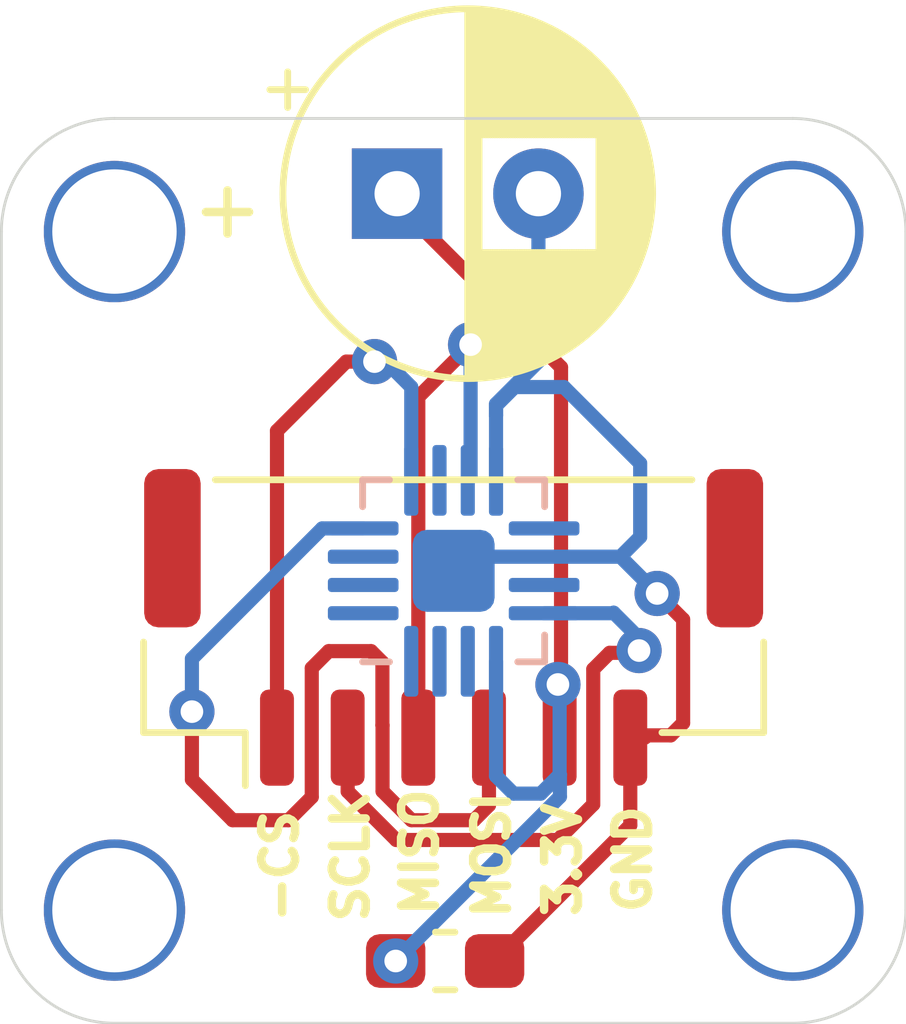
<source format=kicad_pcb>
(kicad_pcb (version 20171130) (host pcbnew "(5.1.4)-1")

  (general
    (thickness 1.6)
    (drawings 14)
    (tracks 87)
    (zones 0)
    (modules 4)
    (nets 16)
  )

  (page A4)
  (layers
    (0 F.Cu signal)
    (31 B.Cu signal)
    (32 B.Adhes user)
    (33 F.Adhes user)
    (34 B.Paste user)
    (35 F.Paste user)
    (36 B.SilkS user)
    (37 F.SilkS user)
    (38 B.Mask user)
    (39 F.Mask user)
    (40 Dwgs.User user)
    (41 Cmts.User user)
    (42 Eco1.User user)
    (43 Eco2.User user hide)
    (44 Edge.Cuts user)
    (45 Margin user hide)
    (46 B.CrtYd user hide)
    (47 F.CrtYd user)
    (48 B.Fab user)
    (49 F.Fab user hide)
  )

  (setup
    (last_trace_width 0.25)
    (user_trace_width 0.2)
    (trace_clearance 0.1)
    (zone_clearance 0.2)
    (zone_45_only no)
    (trace_min 0.2)
    (via_size 0.8)
    (via_drill 0.4)
    (via_min_size 0.4)
    (via_min_drill 0.3)
    (uvia_size 0.3)
    (uvia_drill 0.1)
    (uvias_allowed no)
    (uvia_min_size 0.2)
    (uvia_min_drill 0.1)
    (edge_width 0.05)
    (segment_width 0.2)
    (pcb_text_width 0.3)
    (pcb_text_size 1.5 1.5)
    (mod_edge_width 0.12)
    (mod_text_size 1 1)
    (mod_text_width 0.15)
    (pad_size 1.524 1.524)
    (pad_drill 0.762)
    (pad_to_mask_clearance 0.051)
    (solder_mask_min_width 0.25)
    (aux_axis_origin 90 115)
    (visible_elements 7FFFFFFF)
    (pcbplotparams
      (layerselection 0x010fc_ffffffff)
      (usegerberextensions false)
      (usegerberattributes false)
      (usegerberadvancedattributes false)
      (creategerberjobfile false)
      (excludeedgelayer true)
      (linewidth 0.100000)
      (plotframeref false)
      (viasonmask false)
      (mode 1)
      (useauxorigin false)
      (hpglpennumber 1)
      (hpglpenspeed 20)
      (hpglpendiameter 15.000000)
      (psnegative false)
      (psa4output false)
      (plotreference true)
      (plotvalue true)
      (plotinvisibletext false)
      (padsonsilk false)
      (subtractmaskfromsilk false)
      (outputformat 1)
      (mirror false)
      (drillshape 0)
      (scaleselection 1)
      (outputdirectory "ma730_gerber/"))
  )

  (net 0 "")
  (net 1 GND)
  (net 2 +3V3)
  (net 3 "Net-(J2-Pad4)")
  (net 4 "Net-(J2-Pad3)")
  (net 5 "Net-(J2-Pad2)")
  (net 6 "Net-(J2-Pad1)")
  (net 7 "Net-(U1-Pad15)")
  (net 8 "Net-(U1-Pad14)")
  (net 9 "Net-(U1-Pad9)")
  (net 10 "Net-(U1-Pad1)")
  (net 11 "Net-(U1-Pad16)")
  (net 12 "Net-(U1-Pad11)")
  (net 13 "Net-(U1-Pad6)")
  (net 14 "Net-(U1-Pad3)")
  (net 15 "Net-(U1-Pad2)")

  (net_class Default 这是默认网络类。
    (clearance 0.1)
    (trace_width 0.25)
    (via_dia 0.8)
    (via_drill 0.4)
    (uvia_dia 0.3)
    (uvia_drill 0.1)
    (add_net +3V3)
    (add_net GND)
    (add_net "Net-(J2-Pad1)")
    (add_net "Net-(J2-Pad2)")
    (add_net "Net-(J2-Pad3)")
    (add_net "Net-(J2-Pad4)")
    (add_net "Net-(U1-Pad1)")
    (add_net "Net-(U1-Pad11)")
    (add_net "Net-(U1-Pad14)")
    (add_net "Net-(U1-Pad15)")
    (add_net "Net-(U1-Pad16)")
    (add_net "Net-(U1-Pad2)")
    (add_net "Net-(U1-Pad3)")
    (add_net "Net-(U1-Pad6)")
    (add_net "Net-(U1-Pad9)")
  )

  (module Capacitor_THT:CP_Radial_D6.3mm_P2.50mm (layer F.Cu) (tedit 5AE50EF0) (tstamp 6039B122)
    (at 97 100.33)
    (descr "CP, Radial series, Radial, pin pitch=2.50mm, , diameter=6.3mm, Electrolytic Capacitor")
    (tags "CP Radial series Radial pin pitch 2.50mm  diameter 6.3mm Electrolytic Capacitor")
    (path /6039FBDF)
    (fp_text reference + (at -3 0.25) (layer F.SilkS)
      (effects (font (size 1 1) (thickness 0.15)))
    )
    (fp_text value CP (at 1.25 4.4) (layer F.Fab)
      (effects (font (size 1 1) (thickness 0.15)))
    )
    (fp_text user %R (at 1.25 0) (layer F.Fab)
      (effects (font (size 1 1) (thickness 0.15)))
    )
    (fp_line (start -1.935241 -2.154) (end -1.935241 -1.524) (layer F.SilkS) (width 0.12))
    (fp_line (start -2.250241 -1.839) (end -1.620241 -1.839) (layer F.SilkS) (width 0.12))
    (fp_line (start 4.491 -0.402) (end 4.491 0.402) (layer F.SilkS) (width 0.12))
    (fp_line (start 4.451 -0.633) (end 4.451 0.633) (layer F.SilkS) (width 0.12))
    (fp_line (start 4.411 -0.802) (end 4.411 0.802) (layer F.SilkS) (width 0.12))
    (fp_line (start 4.371 -0.94) (end 4.371 0.94) (layer F.SilkS) (width 0.12))
    (fp_line (start 4.331 -1.059) (end 4.331 1.059) (layer F.SilkS) (width 0.12))
    (fp_line (start 4.291 -1.165) (end 4.291 1.165) (layer F.SilkS) (width 0.12))
    (fp_line (start 4.251 -1.262) (end 4.251 1.262) (layer F.SilkS) (width 0.12))
    (fp_line (start 4.211 -1.35) (end 4.211 1.35) (layer F.SilkS) (width 0.12))
    (fp_line (start 4.171 -1.432) (end 4.171 1.432) (layer F.SilkS) (width 0.12))
    (fp_line (start 4.131 -1.509) (end 4.131 1.509) (layer F.SilkS) (width 0.12))
    (fp_line (start 4.091 -1.581) (end 4.091 1.581) (layer F.SilkS) (width 0.12))
    (fp_line (start 4.051 -1.65) (end 4.051 1.65) (layer F.SilkS) (width 0.12))
    (fp_line (start 4.011 -1.714) (end 4.011 1.714) (layer F.SilkS) (width 0.12))
    (fp_line (start 3.971 -1.776) (end 3.971 1.776) (layer F.SilkS) (width 0.12))
    (fp_line (start 3.931 -1.834) (end 3.931 1.834) (layer F.SilkS) (width 0.12))
    (fp_line (start 3.891 -1.89) (end 3.891 1.89) (layer F.SilkS) (width 0.12))
    (fp_line (start 3.851 -1.944) (end 3.851 1.944) (layer F.SilkS) (width 0.12))
    (fp_line (start 3.811 -1.995) (end 3.811 1.995) (layer F.SilkS) (width 0.12))
    (fp_line (start 3.771 -2.044) (end 3.771 2.044) (layer F.SilkS) (width 0.12))
    (fp_line (start 3.731 -2.092) (end 3.731 2.092) (layer F.SilkS) (width 0.12))
    (fp_line (start 3.691 -2.137) (end 3.691 2.137) (layer F.SilkS) (width 0.12))
    (fp_line (start 3.651 -2.182) (end 3.651 2.182) (layer F.SilkS) (width 0.12))
    (fp_line (start 3.611 -2.224) (end 3.611 2.224) (layer F.SilkS) (width 0.12))
    (fp_line (start 3.571 -2.265) (end 3.571 2.265) (layer F.SilkS) (width 0.12))
    (fp_line (start 3.531 1.04) (end 3.531 2.305) (layer F.SilkS) (width 0.12))
    (fp_line (start 3.531 -2.305) (end 3.531 -1.04) (layer F.SilkS) (width 0.12))
    (fp_line (start 3.491 1.04) (end 3.491 2.343) (layer F.SilkS) (width 0.12))
    (fp_line (start 3.491 -2.343) (end 3.491 -1.04) (layer F.SilkS) (width 0.12))
    (fp_line (start 3.451 1.04) (end 3.451 2.38) (layer F.SilkS) (width 0.12))
    (fp_line (start 3.451 -2.38) (end 3.451 -1.04) (layer F.SilkS) (width 0.12))
    (fp_line (start 3.411 1.04) (end 3.411 2.416) (layer F.SilkS) (width 0.12))
    (fp_line (start 3.411 -2.416) (end 3.411 -1.04) (layer F.SilkS) (width 0.12))
    (fp_line (start 3.371 1.04) (end 3.371 2.45) (layer F.SilkS) (width 0.12))
    (fp_line (start 3.371 -2.45) (end 3.371 -1.04) (layer F.SilkS) (width 0.12))
    (fp_line (start 3.331 1.04) (end 3.331 2.484) (layer F.SilkS) (width 0.12))
    (fp_line (start 3.331 -2.484) (end 3.331 -1.04) (layer F.SilkS) (width 0.12))
    (fp_line (start 3.291 1.04) (end 3.291 2.516) (layer F.SilkS) (width 0.12))
    (fp_line (start 3.291 -2.516) (end 3.291 -1.04) (layer F.SilkS) (width 0.12))
    (fp_line (start 3.251 1.04) (end 3.251 2.548) (layer F.SilkS) (width 0.12))
    (fp_line (start 3.251 -2.548) (end 3.251 -1.04) (layer F.SilkS) (width 0.12))
    (fp_line (start 3.211 1.04) (end 3.211 2.578) (layer F.SilkS) (width 0.12))
    (fp_line (start 3.211 -2.578) (end 3.211 -1.04) (layer F.SilkS) (width 0.12))
    (fp_line (start 3.171 1.04) (end 3.171 2.607) (layer F.SilkS) (width 0.12))
    (fp_line (start 3.171 -2.607) (end 3.171 -1.04) (layer F.SilkS) (width 0.12))
    (fp_line (start 3.131 1.04) (end 3.131 2.636) (layer F.SilkS) (width 0.12))
    (fp_line (start 3.131 -2.636) (end 3.131 -1.04) (layer F.SilkS) (width 0.12))
    (fp_line (start 3.091 1.04) (end 3.091 2.664) (layer F.SilkS) (width 0.12))
    (fp_line (start 3.091 -2.664) (end 3.091 -1.04) (layer F.SilkS) (width 0.12))
    (fp_line (start 3.051 1.04) (end 3.051 2.69) (layer F.SilkS) (width 0.12))
    (fp_line (start 3.051 -2.69) (end 3.051 -1.04) (layer F.SilkS) (width 0.12))
    (fp_line (start 3.011 1.04) (end 3.011 2.716) (layer F.SilkS) (width 0.12))
    (fp_line (start 3.011 -2.716) (end 3.011 -1.04) (layer F.SilkS) (width 0.12))
    (fp_line (start 2.971 1.04) (end 2.971 2.742) (layer F.SilkS) (width 0.12))
    (fp_line (start 2.971 -2.742) (end 2.971 -1.04) (layer F.SilkS) (width 0.12))
    (fp_line (start 2.931 1.04) (end 2.931 2.766) (layer F.SilkS) (width 0.12))
    (fp_line (start 2.931 -2.766) (end 2.931 -1.04) (layer F.SilkS) (width 0.12))
    (fp_line (start 2.891 1.04) (end 2.891 2.79) (layer F.SilkS) (width 0.12))
    (fp_line (start 2.891 -2.79) (end 2.891 -1.04) (layer F.SilkS) (width 0.12))
    (fp_line (start 2.851 1.04) (end 2.851 2.812) (layer F.SilkS) (width 0.12))
    (fp_line (start 2.851 -2.812) (end 2.851 -1.04) (layer F.SilkS) (width 0.12))
    (fp_line (start 2.811 1.04) (end 2.811 2.834) (layer F.SilkS) (width 0.12))
    (fp_line (start 2.811 -2.834) (end 2.811 -1.04) (layer F.SilkS) (width 0.12))
    (fp_line (start 2.771 1.04) (end 2.771 2.856) (layer F.SilkS) (width 0.12))
    (fp_line (start 2.771 -2.856) (end 2.771 -1.04) (layer F.SilkS) (width 0.12))
    (fp_line (start 2.731 1.04) (end 2.731 2.876) (layer F.SilkS) (width 0.12))
    (fp_line (start 2.731 -2.876) (end 2.731 -1.04) (layer F.SilkS) (width 0.12))
    (fp_line (start 2.691 1.04) (end 2.691 2.896) (layer F.SilkS) (width 0.12))
    (fp_line (start 2.691 -2.896) (end 2.691 -1.04) (layer F.SilkS) (width 0.12))
    (fp_line (start 2.651 1.04) (end 2.651 2.916) (layer F.SilkS) (width 0.12))
    (fp_line (start 2.651 -2.916) (end 2.651 -1.04) (layer F.SilkS) (width 0.12))
    (fp_line (start 2.611 1.04) (end 2.611 2.934) (layer F.SilkS) (width 0.12))
    (fp_line (start 2.611 -2.934) (end 2.611 -1.04) (layer F.SilkS) (width 0.12))
    (fp_line (start 2.571 1.04) (end 2.571 2.952) (layer F.SilkS) (width 0.12))
    (fp_line (start 2.571 -2.952) (end 2.571 -1.04) (layer F.SilkS) (width 0.12))
    (fp_line (start 2.531 1.04) (end 2.531 2.97) (layer F.SilkS) (width 0.12))
    (fp_line (start 2.531 -2.97) (end 2.531 -1.04) (layer F.SilkS) (width 0.12))
    (fp_line (start 2.491 1.04) (end 2.491 2.986) (layer F.SilkS) (width 0.12))
    (fp_line (start 2.491 -2.986) (end 2.491 -1.04) (layer F.SilkS) (width 0.12))
    (fp_line (start 2.451 1.04) (end 2.451 3.002) (layer F.SilkS) (width 0.12))
    (fp_line (start 2.451 -3.002) (end 2.451 -1.04) (layer F.SilkS) (width 0.12))
    (fp_line (start 2.411 1.04) (end 2.411 3.018) (layer F.SilkS) (width 0.12))
    (fp_line (start 2.411 -3.018) (end 2.411 -1.04) (layer F.SilkS) (width 0.12))
    (fp_line (start 2.371 1.04) (end 2.371 3.033) (layer F.SilkS) (width 0.12))
    (fp_line (start 2.371 -3.033) (end 2.371 -1.04) (layer F.SilkS) (width 0.12))
    (fp_line (start 2.331 1.04) (end 2.331 3.047) (layer F.SilkS) (width 0.12))
    (fp_line (start 2.331 -3.047) (end 2.331 -1.04) (layer F.SilkS) (width 0.12))
    (fp_line (start 2.291 1.04) (end 2.291 3.061) (layer F.SilkS) (width 0.12))
    (fp_line (start 2.291 -3.061) (end 2.291 -1.04) (layer F.SilkS) (width 0.12))
    (fp_line (start 2.251 1.04) (end 2.251 3.074) (layer F.SilkS) (width 0.12))
    (fp_line (start 2.251 -3.074) (end 2.251 -1.04) (layer F.SilkS) (width 0.12))
    (fp_line (start 2.211 1.04) (end 2.211 3.086) (layer F.SilkS) (width 0.12))
    (fp_line (start 2.211 -3.086) (end 2.211 -1.04) (layer F.SilkS) (width 0.12))
    (fp_line (start 2.171 1.04) (end 2.171 3.098) (layer F.SilkS) (width 0.12))
    (fp_line (start 2.171 -3.098) (end 2.171 -1.04) (layer F.SilkS) (width 0.12))
    (fp_line (start 2.131 1.04) (end 2.131 3.11) (layer F.SilkS) (width 0.12))
    (fp_line (start 2.131 -3.11) (end 2.131 -1.04) (layer F.SilkS) (width 0.12))
    (fp_line (start 2.091 1.04) (end 2.091 3.121) (layer F.SilkS) (width 0.12))
    (fp_line (start 2.091 -3.121) (end 2.091 -1.04) (layer F.SilkS) (width 0.12))
    (fp_line (start 2.051 1.04) (end 2.051 3.131) (layer F.SilkS) (width 0.12))
    (fp_line (start 2.051 -3.131) (end 2.051 -1.04) (layer F.SilkS) (width 0.12))
    (fp_line (start 2.011 1.04) (end 2.011 3.141) (layer F.SilkS) (width 0.12))
    (fp_line (start 2.011 -3.141) (end 2.011 -1.04) (layer F.SilkS) (width 0.12))
    (fp_line (start 1.971 1.04) (end 1.971 3.15) (layer F.SilkS) (width 0.12))
    (fp_line (start 1.971 -3.15) (end 1.971 -1.04) (layer F.SilkS) (width 0.12))
    (fp_line (start 1.93 1.04) (end 1.93 3.159) (layer F.SilkS) (width 0.12))
    (fp_line (start 1.93 -3.159) (end 1.93 -1.04) (layer F.SilkS) (width 0.12))
    (fp_line (start 1.89 1.04) (end 1.89 3.167) (layer F.SilkS) (width 0.12))
    (fp_line (start 1.89 -3.167) (end 1.89 -1.04) (layer F.SilkS) (width 0.12))
    (fp_line (start 1.85 1.04) (end 1.85 3.175) (layer F.SilkS) (width 0.12))
    (fp_line (start 1.85 -3.175) (end 1.85 -1.04) (layer F.SilkS) (width 0.12))
    (fp_line (start 1.81 1.04) (end 1.81 3.182) (layer F.SilkS) (width 0.12))
    (fp_line (start 1.81 -3.182) (end 1.81 -1.04) (layer F.SilkS) (width 0.12))
    (fp_line (start 1.77 1.04) (end 1.77 3.189) (layer F.SilkS) (width 0.12))
    (fp_line (start 1.77 -3.189) (end 1.77 -1.04) (layer F.SilkS) (width 0.12))
    (fp_line (start 1.73 1.04) (end 1.73 3.195) (layer F.SilkS) (width 0.12))
    (fp_line (start 1.73 -3.195) (end 1.73 -1.04) (layer F.SilkS) (width 0.12))
    (fp_line (start 1.69 1.04) (end 1.69 3.201) (layer F.SilkS) (width 0.12))
    (fp_line (start 1.69 -3.201) (end 1.69 -1.04) (layer F.SilkS) (width 0.12))
    (fp_line (start 1.65 1.04) (end 1.65 3.206) (layer F.SilkS) (width 0.12))
    (fp_line (start 1.65 -3.206) (end 1.65 -1.04) (layer F.SilkS) (width 0.12))
    (fp_line (start 1.61 1.04) (end 1.61 3.211) (layer F.SilkS) (width 0.12))
    (fp_line (start 1.61 -3.211) (end 1.61 -1.04) (layer F.SilkS) (width 0.12))
    (fp_line (start 1.57 1.04) (end 1.57 3.215) (layer F.SilkS) (width 0.12))
    (fp_line (start 1.57 -3.215) (end 1.57 -1.04) (layer F.SilkS) (width 0.12))
    (fp_line (start 1.53 1.04) (end 1.53 3.218) (layer F.SilkS) (width 0.12))
    (fp_line (start 1.53 -3.218) (end 1.53 -1.04) (layer F.SilkS) (width 0.12))
    (fp_line (start 1.49 1.04) (end 1.49 3.222) (layer F.SilkS) (width 0.12))
    (fp_line (start 1.49 -3.222) (end 1.49 -1.04) (layer F.SilkS) (width 0.12))
    (fp_line (start 1.45 -3.224) (end 1.45 3.224) (layer F.SilkS) (width 0.12))
    (fp_line (start 1.41 -3.227) (end 1.41 3.227) (layer F.SilkS) (width 0.12))
    (fp_line (start 1.37 -3.228) (end 1.37 3.228) (layer F.SilkS) (width 0.12))
    (fp_line (start 1.33 -3.23) (end 1.33 3.23) (layer F.SilkS) (width 0.12))
    (fp_line (start 1.29 -3.23) (end 1.29 3.23) (layer F.SilkS) (width 0.12))
    (fp_line (start 1.25 -3.23) (end 1.25 3.23) (layer F.SilkS) (width 0.12))
    (fp_line (start -1.128972 -1.6885) (end -1.128972 -1.0585) (layer F.Fab) (width 0.1))
    (fp_line (start -1.443972 -1.3735) (end -0.813972 -1.3735) (layer F.Fab) (width 0.1))
    (fp_circle (center 1.25 0) (end 4.65 0) (layer F.CrtYd) (width 0.05))
    (fp_circle (center 1.25 0) (end 4.52 0) (layer F.SilkS) (width 0.12))
    (fp_circle (center 1.25 0) (end 4.4 0) (layer F.Fab) (width 0.1))
    (pad 2 thru_hole circle (at 2.5 0) (size 1.6 1.6) (drill 0.8) (layers *.Cu *.Mask)
      (net 1 GND))
    (pad 1 thru_hole rect (at 0 0) (size 1.6 1.6) (drill 0.8) (layers *.Cu *.Mask)
      (net 2 +3V3))
    (model ${KISYS3DMOD}/Capacitor_THT.3dshapes/CP_Radial_D6.3mm_P2.50mm.wrl
      (at (xyz 0 0 0))
      (scale (xyz 1 1 1))
      (rotate (xyz 0 0 0))
    )
  )

  (module Package_DFN_QFN:QFN-16-1EP_3x3mm_P0.5mm_EP1.45x1.45mm (layer B.Cu) (tedit 5E1B1036) (tstamp 6039B7A1)
    (at 98 107)
    (descr "QFN, 16 Pin (http://cds.linear.com/docs/en/datasheet/37551fd.pdf), generated with kicad-footprint-generator ipc_dfn_qfn_generator.py")
    (tags "QFN DFN_QFN")
    (path /5E1B0968)
    (attr smd)
    (fp_text reference U1 (at -1.1 3.3) (layer B.SilkS) hide
      (effects (font (size 1 1) (thickness 0.15)) (justify mirror))
    )
    (fp_text value MA730 (at 0 -2.82) (layer B.Fab)
      (effects (font (size 1 1) (thickness 0.15)) (justify mirror))
    )
    (fp_text user %R (at 0 -4.36) (layer B.Fab)
      (effects (font (size 0.75 0.75) (thickness 0.11)) (justify mirror))
    )
    (fp_line (start 2.12 2.12) (end -2.12 2.12) (layer B.CrtYd) (width 0.05))
    (fp_line (start 2.12 -2.12) (end 2.12 2.12) (layer B.CrtYd) (width 0.05))
    (fp_line (start -2.12 -2.12) (end 2.12 -2.12) (layer B.CrtYd) (width 0.05))
    (fp_line (start -2.12 2.12) (end -2.12 -2.12) (layer B.CrtYd) (width 0.05))
    (fp_line (start -1.5 0.75) (end -0.75 1.5) (layer B.Fab) (width 0.1))
    (fp_line (start -1.5 -1.5) (end -1.5 0.75) (layer B.Fab) (width 0.1))
    (fp_line (start 1.5 -1.5) (end -1.5 -1.5) (layer B.Fab) (width 0.1))
    (fp_line (start 1.5 1.5) (end 1.5 -1.5) (layer B.Fab) (width 0.1))
    (fp_line (start -0.75 1.5) (end 1.5 1.5) (layer B.Fab) (width 0.1))
    (fp_line (start -1.135 1.61) (end -1.61 1.61) (layer B.SilkS) (width 0.12))
    (fp_line (start 1.61 -1.61) (end 1.61 -1.135) (layer B.SilkS) (width 0.12))
    (fp_line (start 1.135 -1.61) (end 1.61 -1.61) (layer B.SilkS) (width 0.12))
    (fp_line (start -1.61 -1.61) (end -1.61 -1.135) (layer B.SilkS) (width 0.12))
    (fp_line (start -1.135 -1.61) (end -1.61 -1.61) (layer B.SilkS) (width 0.12))
    (fp_line (start 1.61 1.61) (end 1.61 1.135) (layer B.SilkS) (width 0.12))
    (fp_line (start 1.135 1.61) (end 1.61 1.61) (layer B.SilkS) (width 0.12))
    (pad 16 smd roundrect (at -0.75 1.6) (size 0.25 1.25) (layers B.Cu B.Paste B.Mask) (roundrect_rratio 0.25)
      (net 11 "Net-(U1-Pad16)"))
    (pad 15 smd roundrect (at -0.25 1.6) (size 0.25 1.25) (layers B.Cu B.Paste B.Mask) (roundrect_rratio 0.25)
      (net 7 "Net-(U1-Pad15)"))
    (pad 14 smd roundrect (at 0.25 1.6) (size 0.25 1.25) (layers B.Cu B.Paste B.Mask) (roundrect_rratio 0.25)
      (net 8 "Net-(U1-Pad14)"))
    (pad 13 smd roundrect (at 0.75 1.6) (size 0.25 1.25) (layers B.Cu B.Paste B.Mask) (roundrect_rratio 0.25)
      (net 2 +3V3))
    (pad 12 smd roundrect (at 1.6 0.75) (size 1.25 0.25) (layers B.Cu B.Paste B.Mask) (roundrect_rratio 0.25)
      (net 5 "Net-(J2-Pad2)"))
    (pad 11 smd roundrect (at 1.6 0.25) (size 1.25 0.25) (layers B.Cu B.Paste B.Mask) (roundrect_rratio 0.25)
      (net 12 "Net-(U1-Pad11)"))
    (pad 10 smd roundrect (at 1.6 -0.25) (size 1.25 0.25) (layers B.Cu B.Paste B.Mask) (roundrect_rratio 0.25)
      (net 1 GND))
    (pad 9 smd roundrect (at 1.6 -0.75) (size 1.25 0.25) (layers B.Cu B.Paste B.Mask) (roundrect_rratio 0.25)
      (net 9 "Net-(U1-Pad9)"))
    (pad 8 smd roundrect (at 0.75 -1.6) (size 0.25 1.25) (layers B.Cu B.Paste B.Mask) (roundrect_rratio 0.25)
      (net 1 GND))
    (pad 7 smd roundrect (at 0.25 -1.6) (size 0.25 1.25) (layers B.Cu B.Paste B.Mask) (roundrect_rratio 0.25)
      (net 4 "Net-(J2-Pad3)"))
    (pad 6 smd roundrect (at -0.25 -1.6) (size 0.25 1.25) (layers B.Cu B.Paste B.Mask) (roundrect_rratio 0.25)
      (net 13 "Net-(U1-Pad6)"))
    (pad 5 smd roundrect (at -0.75 -1.6) (size 0.25 1.25) (layers B.Cu B.Paste B.Mask) (roundrect_rratio 0.25)
      (net 6 "Net-(J2-Pad1)"))
    (pad 4 smd roundrect (at -1.6 -0.75) (size 1.25 0.25) (layers B.Cu B.Paste B.Mask) (roundrect_rratio 0.25)
      (net 3 "Net-(J2-Pad4)"))
    (pad 3 smd roundrect (at -1.6 -0.25) (size 1.25 0.25) (layers B.Cu B.Paste B.Mask) (roundrect_rratio 0.25)
      (net 14 "Net-(U1-Pad3)"))
    (pad 2 smd roundrect (at -1.6 0.25) (size 1.25 0.25) (layers B.Cu B.Paste B.Mask) (roundrect_rratio 0.25)
      (net 15 "Net-(U1-Pad2)"))
    (pad 1 smd roundrect (at -1.6 0.75) (size 1.25 0.25) (layers B.Cu B.Paste B.Mask) (roundrect_rratio 0.25)
      (net 10 "Net-(U1-Pad1)"))
    (pad "" smd roundrect (at 0.36 -0.36) (size 0.58 0.58) (layers B.Paste) (roundrect_rratio 0.25))
    (pad "" smd roundrect (at 0.36 0.36) (size 0.58 0.58) (layers B.Paste) (roundrect_rratio 0.25))
    (pad "" smd roundrect (at -0.36 -0.36) (size 0.58 0.58) (layers B.Paste) (roundrect_rratio 0.25))
    (pad "" smd roundrect (at -0.36 0.36) (size 0.58 0.58) (layers B.Paste) (roundrect_rratio 0.25))
    (pad 17 smd roundrect (at 0 0) (size 1.45 1.45) (layers B.Cu B.Mask) (roundrect_rratio 0.172414)
      (net 1 GND))
    (model ${KISYS3DMOD}/Package_DFN_QFN.3dshapes/QFN-16-1EP_3x3mm_P0.5mm_EP1.45x1.45mm.wrl
      (at (xyz 0 0 0))
      (scale (xyz 1 1 1))
      (rotate (xyz 0 0 0))
    )
  )

  (module Connector_JST:JST_GH_BM06B-GHS-TBT_1x06-1MP_P1.25mm_Vertical (layer F.Cu) (tedit 5B78AD87) (tstamp 6065CDD5)
    (at 98 108)
    (descr "JST GH series connector, BM06B-GHS-TBT (http://www.jst-mfg.com/product/pdf/eng/eGH.pdf), generated with kicad-footprint-generator")
    (tags "connector JST GH side entry")
    (path /5E1B4E4A)
    (attr smd)
    (fp_text reference J2 (at 0 -4) (layer F.SilkS) hide
      (effects (font (size 1 1) (thickness 0.15)))
    )
    (fp_text value Conn_01x06_Female (at 0 4) (layer F.Fab)
      (effects (font (size 1 1) (thickness 0.15)))
    )
    (fp_text user %R (at 0 -1.5) (layer F.Fab)
      (effects (font (size 1 1) (thickness 0.15)))
    )
    (fp_line (start -3.125 1.042893) (end -2.625 1.75) (layer F.Fab) (width 0.1))
    (fp_line (start -3.625 1.75) (end -3.125 1.042893) (layer F.Fab) (width 0.1))
    (fp_line (start 5.98 -3.3) (end -5.98 -3.3) (layer F.CrtYd) (width 0.05))
    (fp_line (start 5.98 3.3) (end 5.98 -3.3) (layer F.CrtYd) (width 0.05))
    (fp_line (start -5.98 3.3) (end 5.98 3.3) (layer F.CrtYd) (width 0.05))
    (fp_line (start -5.98 -3.3) (end -5.98 3.3) (layer F.CrtYd) (width 0.05))
    (fp_line (start 3.375 -0.5) (end 2.875 -0.5) (layer F.Fab) (width 0.1))
    (fp_line (start 3.375 0) (end 3.375 -0.5) (layer F.Fab) (width 0.1))
    (fp_line (start 2.875 0) (end 3.375 0) (layer F.Fab) (width 0.1))
    (fp_line (start 2.875 -0.5) (end 2.875 0) (layer F.Fab) (width 0.1))
    (fp_line (start 2.125 -0.5) (end 1.625 -0.5) (layer F.Fab) (width 0.1))
    (fp_line (start 2.125 0) (end 2.125 -0.5) (layer F.Fab) (width 0.1))
    (fp_line (start 1.625 0) (end 2.125 0) (layer F.Fab) (width 0.1))
    (fp_line (start 1.625 -0.5) (end 1.625 0) (layer F.Fab) (width 0.1))
    (fp_line (start 0.875 -0.5) (end 0.375 -0.5) (layer F.Fab) (width 0.1))
    (fp_line (start 0.875 0) (end 0.875 -0.5) (layer F.Fab) (width 0.1))
    (fp_line (start 0.375 0) (end 0.875 0) (layer F.Fab) (width 0.1))
    (fp_line (start 0.375 -0.5) (end 0.375 0) (layer F.Fab) (width 0.1))
    (fp_line (start -0.375 -0.5) (end -0.875 -0.5) (layer F.Fab) (width 0.1))
    (fp_line (start -0.375 0) (end -0.375 -0.5) (layer F.Fab) (width 0.1))
    (fp_line (start -0.875 0) (end -0.375 0) (layer F.Fab) (width 0.1))
    (fp_line (start -0.875 -0.5) (end -0.875 0) (layer F.Fab) (width 0.1))
    (fp_line (start -1.625 -0.5) (end -2.125 -0.5) (layer F.Fab) (width 0.1))
    (fp_line (start -1.625 0) (end -1.625 -0.5) (layer F.Fab) (width 0.1))
    (fp_line (start -2.125 0) (end -1.625 0) (layer F.Fab) (width 0.1))
    (fp_line (start -2.125 -0.5) (end -2.125 0) (layer F.Fab) (width 0.1))
    (fp_line (start -2.875 -0.5) (end -3.375 -0.5) (layer F.Fab) (width 0.1))
    (fp_line (start -2.875 0) (end -2.875 -0.5) (layer F.Fab) (width 0.1))
    (fp_line (start -3.375 0) (end -2.875 0) (layer F.Fab) (width 0.1))
    (fp_line (start -3.375 -0.5) (end -3.375 0) (layer F.Fab) (width 0.1))
    (fp_line (start 5.375 1.75) (end 5.375 -2.5) (layer F.Fab) (width 0.1))
    (fp_line (start -5.375 1.75) (end -5.375 -2.5) (layer F.Fab) (width 0.1))
    (fp_line (start -5.375 -2.5) (end 5.375 -2.5) (layer F.Fab) (width 0.1))
    (fp_line (start -4.215 -2.61) (end 4.215 -2.61) (layer F.SilkS) (width 0.12))
    (fp_line (start 5.485 1.86) (end 3.685 1.86) (layer F.SilkS) (width 0.12))
    (fp_line (start 5.485 0.26) (end 5.485 1.86) (layer F.SilkS) (width 0.12))
    (fp_line (start -3.685 1.86) (end -3.685 2.8) (layer F.SilkS) (width 0.12))
    (fp_line (start -5.485 1.86) (end -3.685 1.86) (layer F.SilkS) (width 0.12))
    (fp_line (start -5.485 0.26) (end -5.485 1.86) (layer F.SilkS) (width 0.12))
    (fp_line (start -5.375 1.75) (end 5.375 1.75) (layer F.Fab) (width 0.1))
    (pad MP smd roundrect (at 4.975 -1.4) (size 1 2.8) (layers F.Cu F.Paste F.Mask) (roundrect_rratio 0.25))
    (pad MP smd roundrect (at -4.975 -1.4) (size 1 2.8) (layers F.Cu F.Paste F.Mask) (roundrect_rratio 0.25))
    (pad 6 smd roundrect (at 3.125 1.95) (size 0.6 1.7) (layers F.Cu F.Paste F.Mask) (roundrect_rratio 0.25)
      (net 1 GND))
    (pad 5 smd roundrect (at 1.875 1.95) (size 0.6 1.7) (layers F.Cu F.Paste F.Mask) (roundrect_rratio 0.25)
      (net 2 +3V3))
    (pad 4 smd roundrect (at 0.625 1.95) (size 0.6 1.7) (layers F.Cu F.Paste F.Mask) (roundrect_rratio 0.25)
      (net 3 "Net-(J2-Pad4)"))
    (pad 3 smd roundrect (at -0.625 1.95) (size 0.6 1.7) (layers F.Cu F.Paste F.Mask) (roundrect_rratio 0.25)
      (net 4 "Net-(J2-Pad3)"))
    (pad 2 smd roundrect (at -1.875 1.95) (size 0.6 1.7) (layers F.Cu F.Paste F.Mask) (roundrect_rratio 0.25)
      (net 5 "Net-(J2-Pad2)"))
    (pad 1 smd roundrect (at -3.125 1.95) (size 0.6 1.7) (layers F.Cu F.Paste F.Mask) (roundrect_rratio 0.25)
      (net 6 "Net-(J2-Pad1)"))
    (model ${KISYS3DMOD}/Connector_JST.3dshapes/JST_GH_BM06B-GHS-TBT_1x06-1MP_P1.25mm_Vertical.wrl
      (at (xyz 0 0 0))
      (scale (xyz 1 1 1))
      (rotate (xyz 0 0 0))
    )
  )

  (module Capacitor_SMD:C_0603_1608Metric_Pad1.05x0.95mm_HandSolder (layer F.Cu) (tedit 5B301BBE) (tstamp 5E1B7E15)
    (at 97.85 113.9)
    (descr "Capacitor SMD 0603 (1608 Metric), square (rectangular) end terminal, IPC_7351 nominal with elongated pad for handsoldering. (Body size source: http://www.tortai-tech.com/upload/download/2011102023233369053.pdf), generated with kicad-footprint-generator")
    (tags "capacitor handsolder")
    (path /5E1B8EF3)
    (attr smd)
    (fp_text reference C1 (at 0 -1.43) (layer F.SilkS) hide
      (effects (font (size 1 1) (thickness 0.15)))
    )
    (fp_text value 1uF (at 0 1.43) (layer F.Fab)
      (effects (font (size 1 1) (thickness 0.15)))
    )
    (fp_text user %R (at 0 0) (layer F.Fab)
      (effects (font (size 0.4 0.4) (thickness 0.06)))
    )
    (fp_line (start 1.65 0.73) (end -1.65 0.73) (layer F.CrtYd) (width 0.05))
    (fp_line (start 1.65 -0.73) (end 1.65 0.73) (layer F.CrtYd) (width 0.05))
    (fp_line (start -1.65 -0.73) (end 1.65 -0.73) (layer F.CrtYd) (width 0.05))
    (fp_line (start -1.65 0.73) (end -1.65 -0.73) (layer F.CrtYd) (width 0.05))
    (fp_line (start -0.171267 0.51) (end 0.171267 0.51) (layer F.SilkS) (width 0.12))
    (fp_line (start -0.171267 -0.51) (end 0.171267 -0.51) (layer F.SilkS) (width 0.12))
    (fp_line (start 0.8 0.4) (end -0.8 0.4) (layer F.Fab) (width 0.1))
    (fp_line (start 0.8 -0.4) (end 0.8 0.4) (layer F.Fab) (width 0.1))
    (fp_line (start -0.8 -0.4) (end 0.8 -0.4) (layer F.Fab) (width 0.1))
    (fp_line (start -0.8 0.4) (end -0.8 -0.4) (layer F.Fab) (width 0.1))
    (pad 2 smd roundrect (at 0.875 0) (size 1.05 0.95) (layers F.Cu F.Paste F.Mask) (roundrect_rratio 0.25)
      (net 1 GND))
    (pad 1 smd roundrect (at -0.875 0) (size 1.05 0.95) (layers F.Cu F.Paste F.Mask) (roundrect_rratio 0.25)
      (net 2 +3V3))
    (model ${KISYS3DMOD}/Capacitor_SMD.3dshapes/C_0603_1608Metric.wrl
      (at (xyz 0 0 0))
      (scale (xyz 1 1 1))
      (rotate (xyz 0 0 0))
    )
  )

  (gr_text "GND\n" (at 101.17 112.1 90) (layer F.SilkS)
    (effects (font (size 0.6 0.6) (thickness 0.15)))
  )
  (gr_text 3.3V (at 99.93 112.11 90) (layer F.SilkS)
    (effects (font (size 0.6 0.6) (thickness 0.15)))
  )
  (gr_text -CS (at 94.925 112.225 90) (layer F.SilkS)
    (effects (font (size 0.6 0.6) (thickness 0.15)))
  )
  (gr_text SCLK (at 96.175 112.05 90) (layer F.SilkS)
    (effects (font (size 0.6 0.6) (thickness 0.15)))
  )
  (gr_text MISO (at 97.4 111.975 90) (layer F.SilkS)
    (effects (font (size 0.6 0.6) (thickness 0.15)))
  )
  (gr_text MOSI (at 98.675 112.025 90) (layer F.SilkS)
    (effects (font (size 0.6 0.6) (thickness 0.15)))
  )
  (gr_arc (start 104 101) (end 106 101) (angle -90) (layer Edge.Cuts) (width 0.05) (tstamp 5E1B8A41))
  (gr_arc (start 104 113) (end 104 115) (angle -90) (layer Edge.Cuts) (width 0.05) (tstamp 5E1B8A41))
  (gr_arc (start 92 113) (end 90 113) (angle -90) (layer Edge.Cuts) (width 0.05) (tstamp 5E1B8A41))
  (gr_arc (start 92 101) (end 92 99) (angle -90) (layer Edge.Cuts) (width 0.05))
  (gr_line (start 90 101) (end 90 113) (layer Edge.Cuts) (width 0.05) (tstamp 5E1B8A26))
  (gr_line (start 104 99) (end 92 99) (layer Edge.Cuts) (width 0.05))
  (gr_line (start 106 113) (end 106 101) (layer Edge.Cuts) (width 0.05))
  (gr_line (start 92 115) (end 104 115) (layer Edge.Cuts) (width 0.05))

  (via (at 92 101) (size 2.5) (drill 2.2) (layers F.Cu B.Cu) (net 0))
  (via (at 92 113) (size 2.5) (drill 2.2) (layers F.Cu B.Cu) (net 0) (tstamp 5E1B8A54))
  (via (at 104 113) (size 2.5) (drill 2.2) (layers F.Cu B.Cu) (net 0) (tstamp 5E1B8A54))
  (via (at 104 101) (size 2.5) (drill 2.2) (layers F.Cu B.Cu) (net 0) (tstamp 5E1B8A5A))
  (segment (start 98.25 106.75) (end 98 107) (width 0.25) (layer B.Cu) (net 1))
  (segment (start 99.6 106.75) (end 98.25 106.75) (width 0.25) (layer B.Cu) (net 1))
  (via (at 101.6 107.4) (size 0.8) (drill 0.4) (layers F.Cu B.Cu) (net 1))
  (segment (start 100.95 106.75) (end 99.6 106.75) (width 0.25) (layer B.Cu) (net 1))
  (segment (start 101.6 107.4) (end 100.95 106.75) (width 0.25) (layer B.Cu) (net 1))
  (segment (start 98.75 104.25) (end 98.75 105.4) (width 0.25) (layer B.Cu) (net 1))
  (segment (start 102.06 107.86) (end 101.6 107.4) (width 0.25) (layer F.Cu) (net 1))
  (segment (start 102.06 109.69) (end 102.06 107.86) (width 0.25) (layer F.Cu) (net 1))
  (segment (start 101.84 109.91) (end 102.06 109.69) (width 0.25) (layer F.Cu) (net 1))
  (segment (start 101.383553 109.95) (end 101.423553 109.91) (width 0.25) (layer F.Cu) (net 1))
  (segment (start 101.423553 109.91) (end 101.84 109.91) (width 0.25) (layer F.Cu) (net 1))
  (segment (start 101.125 111.5) (end 101.125 109.95) (width 0.25) (layer F.Cu) (net 1))
  (segment (start 98.725 113.7) (end 98.725 113.9) (width 0.25) (layer F.Cu) (net 1))
  (segment (start 98.725 113.9) (end 101.125 111.5) (width 0.25) (layer F.Cu) (net 1))
  (segment (start 101.3 106.4) (end 100.95 106.75) (width 0.25) (layer B.Cu) (net 1))
  (segment (start 101.3 105.1) (end 101.3 106.4) (width 0.25) (layer B.Cu) (net 1))
  (segment (start 99.95 103.75) (end 101.3 105.1) (width 0.25) (layer B.Cu) (net 1))
  (segment (start 99.07949 103.75) (end 99.95 103.75) (width 0.25) (layer B.Cu) (net 1))
  (segment (start 98.75 104.25) (end 98.75 104.07949) (width 0.25) (layer B.Cu) (net 1))
  (segment (start 98.75 104.07949) (end 99.07949 103.75) (width 0.25) (layer B.Cu) (net 1))
  (segment (start 98.75 104.04868) (end 98.75 104.25) (width 0.25) (layer B.Cu) (net 1))
  (segment (start 99.5 100.75) (end 99.5 103.29868) (width 0.25) (layer B.Cu) (net 1))
  (segment (start 99.5 103.29868) (end 98.75 104.04868) (width 0.25) (layer B.Cu) (net 1))
  (segment (start 97.25 100.75) (end 97 100.75) (width 0.25) (layer F.Cu) (net 2))
  (segment (start 99.9 103.4) (end 97.25 100.75) (width 0.25) (layer F.Cu) (net 2))
  (segment (start 99.875 109.95) (end 99.9 109.925) (width 0.25) (layer F.Cu) (net 2))
  (segment (start 99.9 109.925) (end 99.9 103.4) (width 0.25) (layer F.Cu) (net 2))
  (via (at 96.975 113.900006) (size 0.8) (drill 0.4) (layers F.Cu B.Cu) (net 2))
  (segment (start 97.374999 113.500007) (end 96.975 113.900006) (width 0.25) (layer B.Cu) (net 2))
  (segment (start 99.88 110.6) (end 99.88 110.995006) (width 0.25) (layer B.Cu) (net 2))
  (segment (start 99.88 110.995006) (end 97.374999 113.500007) (width 0.25) (layer B.Cu) (net 2))
  (segment (start 99.54 110.94) (end 99.88 110.6) (width 0.25) (layer B.Cu) (net 2))
  (segment (start 99.06 110.94) (end 99.54 110.94) (width 0.25) (layer B.Cu) (net 2))
  (segment (start 98.75 108.6) (end 98.75 110.63) (width 0.25) (layer B.Cu) (net 2))
  (segment (start 98.75 110.63) (end 99.06 110.94) (width 0.25) (layer B.Cu) (net 2))
  (via (at 99.84499 109.01) (size 0.8) (drill 0.4) (layers F.Cu B.Cu) (net 2))
  (segment (start 99.875 109.04001) (end 99.84499 109.01) (width 0.25) (layer B.Cu) (net 2))
  (segment (start 99.88 110.6) (end 99.875 110.595) (width 0.25) (layer B.Cu) (net 2))
  (segment (start 99.875 110.595) (end 99.875 109.04001) (width 0.25) (layer B.Cu) (net 2))
  (segment (start 95.675 106.25) (end 93.37 108.555) (width 0.25) (layer B.Cu) (net 3))
  (segment (start 96.4 106.25) (end 95.675 106.25) (width 0.25) (layer B.Cu) (net 3))
  (via (at 93.37 109.49) (size 0.8) (drill 0.4) (layers F.Cu B.Cu) (net 3))
  (segment (start 93.37 108.555) (end 93.37 109.49) (width 0.25) (layer B.Cu) (net 3))
  (segment (start 93.37 110.69) (end 93.37 109.49) (width 0.25) (layer F.Cu) (net 3))
  (segment (start 94.09 111.41) (end 93.37 110.69) (width 0.25) (layer F.Cu) (net 3))
  (segment (start 95.49 110.99998) (end 95.07998 111.41) (width 0.25) (layer F.Cu) (net 3))
  (segment (start 95.49 108.72) (end 95.49 110.99998) (width 0.25) (layer F.Cu) (net 3))
  (segment (start 95.79 108.42) (end 95.49 108.72) (width 0.25) (layer F.Cu) (net 3))
  (segment (start 96.54 108.42) (end 95.79 108.42) (width 0.25) (layer F.Cu) (net 3))
  (segment (start 96.74 108.62) (end 96.54 108.42) (width 0.25) (layer F.Cu) (net 3))
  (segment (start 98.625 111.145) (end 98.36 111.41) (width 0.25) (layer F.Cu) (net 3))
  (segment (start 98.625 109.95) (end 98.625 111.145) (width 0.25) (layer F.Cu) (net 3))
  (segment (start 95.07998 111.41) (end 94.09 111.41) (width 0.25) (layer F.Cu) (net 3))
  (segment (start 98.36 111.41) (end 97.254674 111.41) (width 0.25) (layer F.Cu) (net 3))
  (segment (start 97.254674 111.41) (end 96.742337 110.897663) (width 0.25) (layer F.Cu) (net 3))
  (segment (start 96.742337 110.897663) (end 96.742337 109.732337) (width 0.25) (layer F.Cu) (net 3))
  (segment (start 96.74 109.73) (end 96.74 108.62) (width 0.25) (layer F.Cu) (net 3))
  (segment (start 96.742337 109.732337) (end 96.74 109.73) (width 0.25) (layer F.Cu) (net 3))
  (via (at 98.3 103) (size 0.8) (drill 0.4) (layers F.Cu B.Cu) (net 4))
  (segment (start 97.375 109.95) (end 97.375 103.925) (width 0.25) (layer F.Cu) (net 4))
  (segment (start 97.375 103.925) (end 98.3 103) (width 0.25) (layer F.Cu) (net 4))
  (segment (start 98.3 105.35) (end 98.25 105.4) (width 0.25) (layer B.Cu) (net 4))
  (segment (start 98.3 103) (end 98.3 105.35) (width 0.25) (layer B.Cu) (net 4))
  (via (at 101.28 108.41) (size 0.8) (drill 0.4) (layers F.Cu B.Cu) (net 5))
  (segment (start 101.28 108.19) (end 101.28 108.41) (width 0.25) (layer B.Cu) (net 5))
  (segment (start 100.83 107.74) (end 101.28 108.19) (width 0.25) (layer B.Cu) (net 5))
  (segment (start 99.6 107.75) (end 100.82 107.75) (width 0.25) (layer B.Cu) (net 5))
  (segment (start 100.82 107.75) (end 100.83 107.74) (width 0.25) (layer B.Cu) (net 5))
  (segment (start 101.24 108.45) (end 101.28 108.41) (width 0.25) (layer F.Cu) (net 5))
  (segment (start 100.76 108.45) (end 101.24 108.45) (width 0.25) (layer F.Cu) (net 5))
  (segment (start 96.125 110.9) (end 96.98501 111.76001) (width 0.25) (layer F.Cu) (net 5))
  (segment (start 96.125 109.95) (end 96.125 110.9) (width 0.25) (layer F.Cu) (net 5))
  (segment (start 96.98501 111.76001) (end 99.83999 111.76001) (width 0.25) (layer F.Cu) (net 5))
  (segment (start 99.83999 111.76001) (end 100.47 111.13) (width 0.25) (layer F.Cu) (net 5))
  (segment (start 100.47 111.13) (end 100.47 108.74) (width 0.25) (layer F.Cu) (net 5))
  (segment (start 100.47 108.74) (end 100.76 108.45) (width 0.25) (layer F.Cu) (net 5))
  (segment (start 94.875 109.95) (end 94.875 104.525) (width 0.25) (layer F.Cu) (net 6))
  (via (at 96.6 103.3) (size 0.8) (drill 0.4) (layers F.Cu B.Cu) (net 6))
  (segment (start 94.875 104.525) (end 96.1 103.3) (width 0.25) (layer F.Cu) (net 6))
  (segment (start 96.1 103.3) (end 96.6 103.3) (width 0.25) (layer F.Cu) (net 6))
  (segment (start 97.25 103.75) (end 97.25 105.4) (width 0.25) (layer B.Cu) (net 6))
  (segment (start 96.6 103.3) (end 96.8 103.3) (width 0.25) (layer B.Cu) (net 6))
  (segment (start 96.8 103.3) (end 97.25 103.75) (width 0.25) (layer B.Cu) (net 6))

)

</source>
